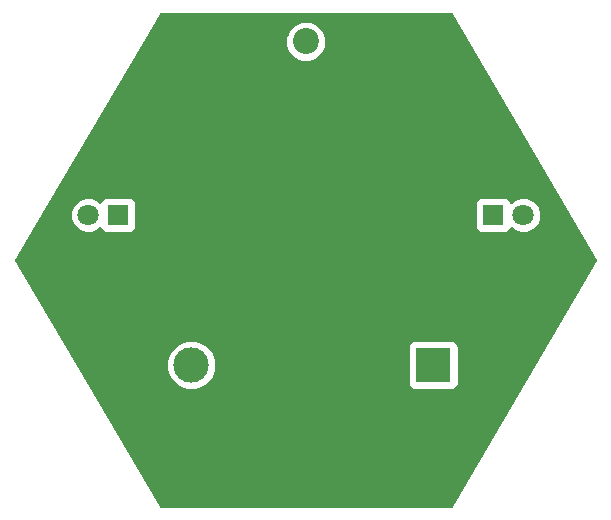
<source format=gbr>
G04 #@! TF.FileFunction,Copper,L1,Top,Signal*
%FSLAX46Y46*%
G04 Gerber Fmt 4.6, Leading zero omitted, Abs format (unit mm)*
G04 Created by KiCad (PCBNEW 4.0.7+dfsg1-1) date Sat Apr  7 12:07:35 2018*
%MOMM*%
%LPD*%
G01*
G04 APERTURE LIST*
%ADD10C,0.100000*%
%ADD11C,3.000000*%
%ADD12R,3.000000X3.000000*%
%ADD13R,1.800000X1.800000*%
%ADD14C,1.800000*%
%ADD15C,2.200000*%
%ADD16C,0.254000*%
G04 APERTURE END LIST*
D10*
D11*
X140165000Y-105410000D03*
D12*
X160655000Y-105410000D03*
D13*
X165735000Y-92710000D03*
D14*
X168275000Y-92710000D03*
D13*
X133985000Y-92710000D03*
D14*
X131445000Y-92710000D03*
D15*
X149860000Y-78010000D03*
D16*
G36*
X174378262Y-96520000D02*
X162125321Y-117350000D01*
X137594679Y-117350000D01*
X130819865Y-105832815D01*
X138029630Y-105832815D01*
X138353980Y-106617800D01*
X138954041Y-107218909D01*
X139738459Y-107544628D01*
X140587815Y-107545370D01*
X141372800Y-107221020D01*
X141973909Y-106620959D01*
X142299628Y-105836541D01*
X142300370Y-104987185D01*
X141976020Y-104202200D01*
X141684330Y-103910000D01*
X158507560Y-103910000D01*
X158507560Y-106910000D01*
X158551838Y-107145317D01*
X158690910Y-107361441D01*
X158903110Y-107506431D01*
X159155000Y-107557440D01*
X162155000Y-107557440D01*
X162390317Y-107513162D01*
X162606441Y-107374090D01*
X162751431Y-107161890D01*
X162802440Y-106910000D01*
X162802440Y-103910000D01*
X162758162Y-103674683D01*
X162619090Y-103458559D01*
X162406890Y-103313569D01*
X162155000Y-103262560D01*
X159155000Y-103262560D01*
X158919683Y-103306838D01*
X158703559Y-103445910D01*
X158558569Y-103658110D01*
X158507560Y-103910000D01*
X141684330Y-103910000D01*
X141375959Y-103601091D01*
X140591541Y-103275372D01*
X139742185Y-103274630D01*
X138957200Y-103598980D01*
X138356091Y-104199041D01*
X138030372Y-104983459D01*
X138029630Y-105832815D01*
X130819865Y-105832815D01*
X125341738Y-96520000D01*
X127404096Y-93013991D01*
X129909735Y-93013991D01*
X130142932Y-93578371D01*
X130574357Y-94010551D01*
X131138330Y-94244733D01*
X131748991Y-94245265D01*
X132313371Y-94012068D01*
X132481613Y-93844120D01*
X132481838Y-93845317D01*
X132620910Y-94061441D01*
X132833110Y-94206431D01*
X133085000Y-94257440D01*
X134885000Y-94257440D01*
X135120317Y-94213162D01*
X135336441Y-94074090D01*
X135481431Y-93861890D01*
X135532440Y-93610000D01*
X135532440Y-91810000D01*
X164187560Y-91810000D01*
X164187560Y-93610000D01*
X164231838Y-93845317D01*
X164370910Y-94061441D01*
X164583110Y-94206431D01*
X164835000Y-94257440D01*
X166635000Y-94257440D01*
X166870317Y-94213162D01*
X167086441Y-94074090D01*
X167231431Y-93861890D01*
X167235567Y-93841466D01*
X167404357Y-94010551D01*
X167968330Y-94244733D01*
X168578991Y-94245265D01*
X169143371Y-94012068D01*
X169575551Y-93580643D01*
X169809733Y-93016670D01*
X169810265Y-92406009D01*
X169577068Y-91841629D01*
X169145643Y-91409449D01*
X168581670Y-91175267D01*
X167971009Y-91174735D01*
X167406629Y-91407932D01*
X167238387Y-91575880D01*
X167238162Y-91574683D01*
X167099090Y-91358559D01*
X166886890Y-91213569D01*
X166635000Y-91162560D01*
X164835000Y-91162560D01*
X164599683Y-91206838D01*
X164383559Y-91345910D01*
X164238569Y-91558110D01*
X164187560Y-91810000D01*
X135532440Y-91810000D01*
X135488162Y-91574683D01*
X135349090Y-91358559D01*
X135136890Y-91213569D01*
X134885000Y-91162560D01*
X133085000Y-91162560D01*
X132849683Y-91206838D01*
X132633559Y-91345910D01*
X132488569Y-91558110D01*
X132484433Y-91578534D01*
X132315643Y-91409449D01*
X131751670Y-91175267D01*
X131141009Y-91174735D01*
X130576629Y-91407932D01*
X130144449Y-91839357D01*
X129910267Y-92403330D01*
X129909735Y-93013991D01*
X127404096Y-93013991D01*
X136399624Y-77721593D01*
X148114677Y-77721593D01*
X148124975Y-78037507D01*
X148124699Y-78353599D01*
X148136184Y-78381395D01*
X148137164Y-78411453D01*
X148357901Y-78944359D01*
X148370954Y-78949581D01*
X148388281Y-78991515D01*
X148875918Y-79480004D01*
X148920149Y-79498370D01*
X148925641Y-79512099D01*
X149221448Y-79623481D01*
X149513373Y-79744699D01*
X149543448Y-79744725D01*
X149571593Y-79755323D01*
X149887507Y-79745025D01*
X150203599Y-79745301D01*
X150231395Y-79733816D01*
X150261453Y-79732836D01*
X150794359Y-79512099D01*
X150799581Y-79499046D01*
X150841515Y-79481719D01*
X151330004Y-78994082D01*
X151348370Y-78949851D01*
X151362099Y-78944359D01*
X151473481Y-78648552D01*
X151594699Y-78356627D01*
X151594725Y-78326552D01*
X151605323Y-78298407D01*
X151595025Y-77982493D01*
X151595301Y-77666401D01*
X151583816Y-77638605D01*
X151582836Y-77608547D01*
X151362099Y-77075641D01*
X151349046Y-77070419D01*
X151331719Y-77028485D01*
X150844082Y-76539996D01*
X150799851Y-76521630D01*
X150794359Y-76507901D01*
X150498552Y-76396519D01*
X150206627Y-76275301D01*
X150176552Y-76275275D01*
X150148407Y-76264677D01*
X149832493Y-76274975D01*
X149516401Y-76274699D01*
X149488605Y-76286184D01*
X149458547Y-76287164D01*
X148925641Y-76507901D01*
X148920419Y-76520954D01*
X148878485Y-76538281D01*
X148389996Y-77025918D01*
X148371630Y-77070149D01*
X148357901Y-77075641D01*
X148246519Y-77371448D01*
X148125301Y-77663373D01*
X148125275Y-77693448D01*
X148114677Y-77721593D01*
X136399624Y-77721593D01*
X137594679Y-75690000D01*
X162125321Y-75690000D01*
X174378262Y-96520000D01*
X174378262Y-96520000D01*
G37*
X174378262Y-96520000D02*
X162125321Y-117350000D01*
X137594679Y-117350000D01*
X130819865Y-105832815D01*
X138029630Y-105832815D01*
X138353980Y-106617800D01*
X138954041Y-107218909D01*
X139738459Y-107544628D01*
X140587815Y-107545370D01*
X141372800Y-107221020D01*
X141973909Y-106620959D01*
X142299628Y-105836541D01*
X142300370Y-104987185D01*
X141976020Y-104202200D01*
X141684330Y-103910000D01*
X158507560Y-103910000D01*
X158507560Y-106910000D01*
X158551838Y-107145317D01*
X158690910Y-107361441D01*
X158903110Y-107506431D01*
X159155000Y-107557440D01*
X162155000Y-107557440D01*
X162390317Y-107513162D01*
X162606441Y-107374090D01*
X162751431Y-107161890D01*
X162802440Y-106910000D01*
X162802440Y-103910000D01*
X162758162Y-103674683D01*
X162619090Y-103458559D01*
X162406890Y-103313569D01*
X162155000Y-103262560D01*
X159155000Y-103262560D01*
X158919683Y-103306838D01*
X158703559Y-103445910D01*
X158558569Y-103658110D01*
X158507560Y-103910000D01*
X141684330Y-103910000D01*
X141375959Y-103601091D01*
X140591541Y-103275372D01*
X139742185Y-103274630D01*
X138957200Y-103598980D01*
X138356091Y-104199041D01*
X138030372Y-104983459D01*
X138029630Y-105832815D01*
X130819865Y-105832815D01*
X125341738Y-96520000D01*
X127404096Y-93013991D01*
X129909735Y-93013991D01*
X130142932Y-93578371D01*
X130574357Y-94010551D01*
X131138330Y-94244733D01*
X131748991Y-94245265D01*
X132313371Y-94012068D01*
X132481613Y-93844120D01*
X132481838Y-93845317D01*
X132620910Y-94061441D01*
X132833110Y-94206431D01*
X133085000Y-94257440D01*
X134885000Y-94257440D01*
X135120317Y-94213162D01*
X135336441Y-94074090D01*
X135481431Y-93861890D01*
X135532440Y-93610000D01*
X135532440Y-91810000D01*
X164187560Y-91810000D01*
X164187560Y-93610000D01*
X164231838Y-93845317D01*
X164370910Y-94061441D01*
X164583110Y-94206431D01*
X164835000Y-94257440D01*
X166635000Y-94257440D01*
X166870317Y-94213162D01*
X167086441Y-94074090D01*
X167231431Y-93861890D01*
X167235567Y-93841466D01*
X167404357Y-94010551D01*
X167968330Y-94244733D01*
X168578991Y-94245265D01*
X169143371Y-94012068D01*
X169575551Y-93580643D01*
X169809733Y-93016670D01*
X169810265Y-92406009D01*
X169577068Y-91841629D01*
X169145643Y-91409449D01*
X168581670Y-91175267D01*
X167971009Y-91174735D01*
X167406629Y-91407932D01*
X167238387Y-91575880D01*
X167238162Y-91574683D01*
X167099090Y-91358559D01*
X166886890Y-91213569D01*
X166635000Y-91162560D01*
X164835000Y-91162560D01*
X164599683Y-91206838D01*
X164383559Y-91345910D01*
X164238569Y-91558110D01*
X164187560Y-91810000D01*
X135532440Y-91810000D01*
X135488162Y-91574683D01*
X135349090Y-91358559D01*
X135136890Y-91213569D01*
X134885000Y-91162560D01*
X133085000Y-91162560D01*
X132849683Y-91206838D01*
X132633559Y-91345910D01*
X132488569Y-91558110D01*
X132484433Y-91578534D01*
X132315643Y-91409449D01*
X131751670Y-91175267D01*
X131141009Y-91174735D01*
X130576629Y-91407932D01*
X130144449Y-91839357D01*
X129910267Y-92403330D01*
X129909735Y-93013991D01*
X127404096Y-93013991D01*
X136399624Y-77721593D01*
X148114677Y-77721593D01*
X148124975Y-78037507D01*
X148124699Y-78353599D01*
X148136184Y-78381395D01*
X148137164Y-78411453D01*
X148357901Y-78944359D01*
X148370954Y-78949581D01*
X148388281Y-78991515D01*
X148875918Y-79480004D01*
X148920149Y-79498370D01*
X148925641Y-79512099D01*
X149221448Y-79623481D01*
X149513373Y-79744699D01*
X149543448Y-79744725D01*
X149571593Y-79755323D01*
X149887507Y-79745025D01*
X150203599Y-79745301D01*
X150231395Y-79733816D01*
X150261453Y-79732836D01*
X150794359Y-79512099D01*
X150799581Y-79499046D01*
X150841515Y-79481719D01*
X151330004Y-78994082D01*
X151348370Y-78949851D01*
X151362099Y-78944359D01*
X151473481Y-78648552D01*
X151594699Y-78356627D01*
X151594725Y-78326552D01*
X151605323Y-78298407D01*
X151595025Y-77982493D01*
X151595301Y-77666401D01*
X151583816Y-77638605D01*
X151582836Y-77608547D01*
X151362099Y-77075641D01*
X151349046Y-77070419D01*
X151331719Y-77028485D01*
X150844082Y-76539996D01*
X150799851Y-76521630D01*
X150794359Y-76507901D01*
X150498552Y-76396519D01*
X150206627Y-76275301D01*
X150176552Y-76275275D01*
X150148407Y-76264677D01*
X149832493Y-76274975D01*
X149516401Y-76274699D01*
X149488605Y-76286184D01*
X149458547Y-76287164D01*
X148925641Y-76507901D01*
X148920419Y-76520954D01*
X148878485Y-76538281D01*
X148389996Y-77025918D01*
X148371630Y-77070149D01*
X148357901Y-77075641D01*
X148246519Y-77371448D01*
X148125301Y-77663373D01*
X148125275Y-77693448D01*
X148114677Y-77721593D01*
X136399624Y-77721593D01*
X137594679Y-75690000D01*
X162125321Y-75690000D01*
X174378262Y-96520000D01*
M02*

</source>
